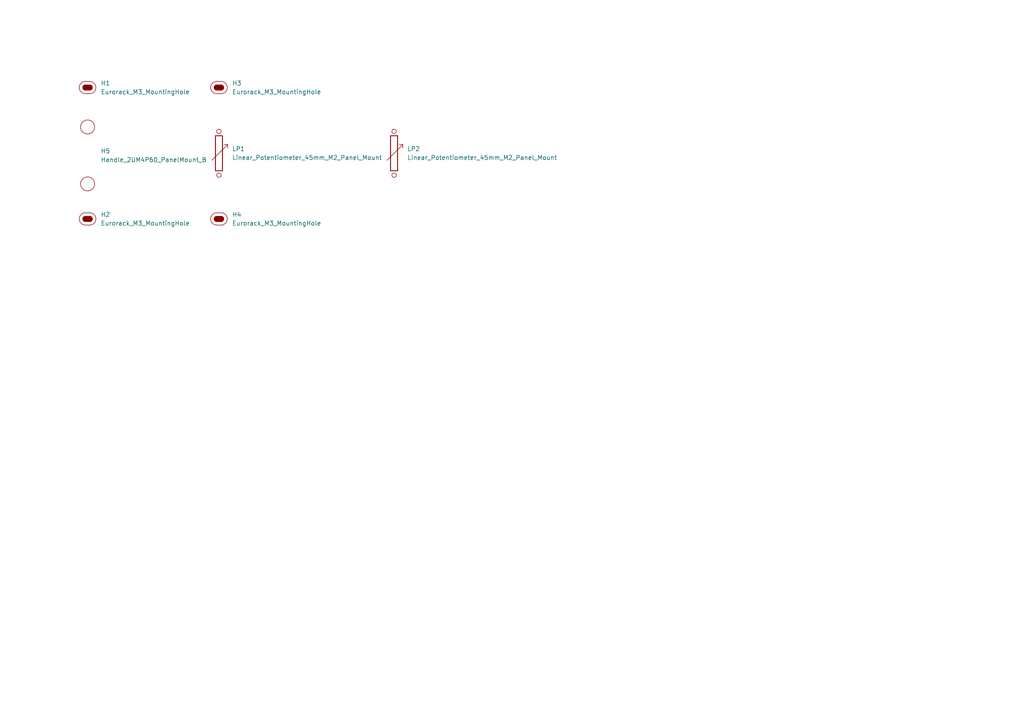
<source format=kicad_sch>
(kicad_sch (version 20250114) (generator "eeschema") (generator_version "9.0")
  (paper "A4")
  (lib_symbols
    (symbol "EXC:Eurorack_M3_MountingHole" (pin_names (offset 1.016))
      (property "Reference" "H" (at 0 5.08 0))
      (property "Value" "Eurorack_M3_MountingHole" (at 0 3.175 0))
      (symbol "Eurorack_M3_MountingHole_0_1"
        (polyline (pts (xy -0.635 0.762) (xy 0.635 0.762)))
        (circle (center -0.635 0) (radius 0.762) (fill (type outline)))
        (arc (start -0.635 -0.762) (mid -1.397 0) (end -0.635 0.762))
        (arc (start -0.635 -1.778) (mid -2.413 0) (end -0.635 1.778))
        (polyline (pts (xy -0.635 -0.762) (xy 0.635 -0.762)))
        (polyline (pts (xy -0.635 -1.778) (xy 0.635 -1.778)))
        (circle (center 0 0) (radius 0.762) (fill (type outline)))
        (polyline (pts (xy 0.635 1.778) (xy -0.635 1.778)))
        (arc (start 0.6141 1.778) (mid 2.4131 0) (end 0.6141 -1.778))
        (arc (start 0.6227 0.762) (mid 1.3971 0) (end 0.6227 -0.762))
        (circle (center 0.635 0) (radius 0.762) (fill (type outline)))
      )
    )
    (symbol "EXC:Handle_2UM4P60_B"
      (property "Reference" "H" (at 0 -3.302 0))
      (property "Value" "Handle_2UM4P60_PanelMount_B" (at 0.254 -21.336 0))
      (symbol "Handle_2UM4P60_B_0_1"
        (circle (center 0 0) (radius 2.032))
        (circle (center 0 -16.51) (radius 2.032))
      )
    )
    (symbol "EXC:Linear_Potentiometer_45mm_M2_Panel_Mount" (pin_numbers (hide yes)) (pin_names (offset 0))
      (property "Reference" "LP" (at 0 8.128 0))
      (property "Value" "Linear_Potentiometer_45mm_M2_Panel_Mount" (at 0.254 -8.636 0))
      (symbol "Linear_Potentiometer_45mm_M2_Panel_Mount_0_1"
        (rectangle (start -1.016 5.08) (end 1.016 -5.08) (stroke (width 0.254)))
        (circle (center 0 6.35) (radius 0.635))
        (circle (center 0 -6.35) (radius 0.635))
        (polyline (pts (xy 2.54 1.524) (xy 2.54 2.54) (xy 1.524 2.54) (xy 2.54 2.54) (xy -2.032 -2.032)))
      )
    )
  )
  (symbol (lib_id "EXC:Linear_Potentiometer_45mm_M2_Panel_Mount") (at 114.3 44.45 0) (unit 1)
    (property "Reference" "LP2" (at 118.11 43.1799 0) (effects (justify left)))
    (property "Value" "Linear_Potentiometer_45mm_M2_Panel_Mount" (at 118.11 45.7199 0) (effects (justify left)))
    (property "Footprint" "EXC:Linear_Potentiometer_45mm_M2_Panel_Mount" (effects (hide yes)))
    (property "Datasheet" "https://cdn-shop.adafruit.com/product-files/4272/P4272+C13403-001+Data+Sheet+.pdf" (effects (hide yes)))
    (property "Description" "Slide Potentiometer with Knob - 45mm Long - 10KΩ. Panel-mounted with 2x M2 screws, 41mm apart." (effects (hide yes)))
    (property "Source" "https://www.adafruit.com/product/4272" (effects (hide yes)))
  )
  (symbol (lib_id "EXC:Eurorack_M3_MountingHole") (at 63.5 25.4 0) (unit 1)
    (property "Reference" "H3" (at 67.31 24.1299 0) (effects (justify left)))
    (property "Value" "Eurorack_M3_MountingHole" (at 67.31 26.6699 0) (effects (justify left)))
    (property "Footprint" "EXC:MountingHole_3.2mm_M3" (effects (hide yes)))
    (property "Description" "Mounting Hole without connection" (effects (hide yes)))
  )
  (symbol (lib_id "EXC:Eurorack_M3_MountingHole") (at 25.4 25.4 0) (unit 1)
    (property "Reference" "H1" (at 29.21 24.1299 0) (effects (justify left)))
    (property "Value" "Eurorack_M3_MountingHole" (at 29.21 26.6699 0) (effects (justify left)))
    (property "Footprint" "EXC:MountingHole_3.2mm_M3" (effects (hide yes)))
    (property "Description" "Mounting Hole without connection" (effects (hide yes)))
  )
  (symbol (lib_id "EXC:Linear_Potentiometer_45mm_M2_Panel_Mount") (at 63.5 44.45 0) (unit 1)
    (property "Reference" "LP1" (at 67.31 43.1799 0) (effects (justify left)))
    (property "Value" "Linear_Potentiometer_45mm_M2_Panel_Mount" (at 67.31 45.7199 0) (effects (justify left)))
    (property "Footprint" "EXC:Linear_Potentiometer_45mm_M2_Panel_Mount" (effects (hide yes)))
    (property "Datasheet" "https://cdn-shop.adafruit.com/product-files/4272/P4272+C13403-001+Data+Sheet+.pdf" (effects (hide yes)))
    (property "Description" "Slide Potentiometer with Knob - 45mm Long - 10KΩ. Panel-mounted with 2x M2 screws, 41mm apart." (effects (hide yes)))
    (property "Source" "https://www.adafruit.com/product/4272" (effects (hide yes)))
  )
  (symbol (lib_id "EXC:Eurorack_M3_MountingHole") (at 25.4 63.5 0) (unit 1)
    (property "Reference" "H2" (at 29.21 62.2299 0) (effects (justify left)))
    (property "Value" "Eurorack_M3_MountingHole" (at 29.21 64.7699 0) (effects (justify left)))
    (property "Footprint" "EXC:MountingHole_3.2mm_M3" (effects (hide yes)))
    (property "Description" "Mounting Hole without connection" (effects (hide yes)))
  )
  (symbol (lib_id "EXC:Handle_2UM4P60_B") (at 25.4 36.83 0) (unit 1)
    (property "Reference" "H5" (at 29.21 43.8149 0) (effects (justify left)))
    (property "Value" "Handle_2UM4P60_PanelMount_B" (at 29.21 46.3549 0) (effects (justify left)))
    (property "Footprint" "EXC:Handle_2UM4P60_B" (effects (hide yes)))
    (property "Datasheet" "https://ae-pic-a1.aliexpress-media.com/kf/Sbae1622782804f9f92841f71c2bff088U.jpg" (effects (hide yes)))
    (property "Description" "The part of the handle that has the holes for the screws' heads" (effects (hide yes)))
    (property "Source" "https://www.aliexpress.com/item/1005007166949940.html" (effects (hide yes)))
  )
  (symbol (lib_id "EXC:Eurorack_M3_MountingHole") (at 63.5 63.5 0) (unit 1)
    (property "Reference" "H4" (at 67.31 62.2299 0) (effects (justify left)))
    (property "Value" "Eurorack_M3_MountingHole" (at 67.31 64.7699 0) (effects (justify left)))
    (property "Footprint" "EXC:MountingHole_3.2mm_M3" (effects (hide yes)))
    (property "Description" "Mounting Hole without connection" (effects (hide yes)))
  )
)
</source>
